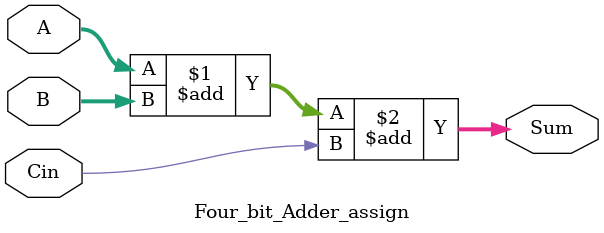
<source format=v>
`timescale 1ns / 1ps


module Four_bit_Adder_assign(Sum, A, B, Cin);

input [3:0] A, B;
output [4:0] Sum; // MSB represents  Cout
input Cin;

// logic 
// data flow modelling ; design using operators
// assign LHS = operand operator operand
assign Sum = A + B + Cin;


endmodule

</source>
